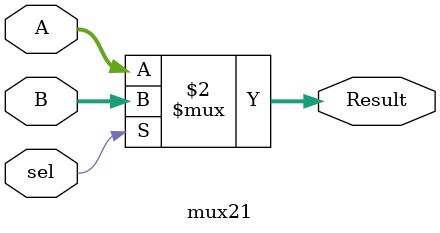
<source format=sv>
module mux21 (
    input logic [31:0] A,B,
    input logic sel,
    output logic [31:0] Result
);
    assign Result = (sel == 1'b0) ? A : B;
endmodule

</source>
